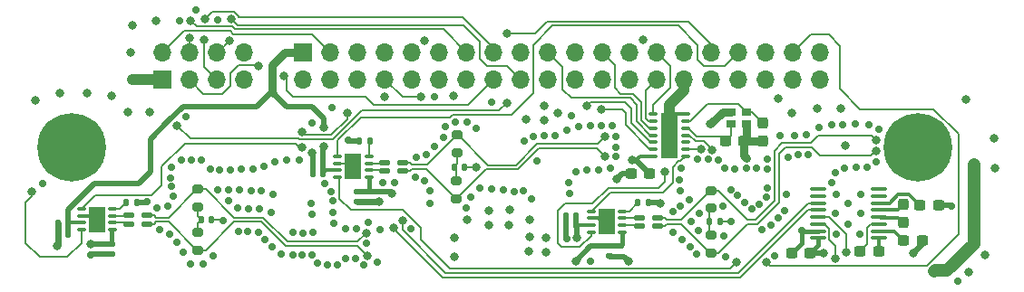
<source format=gbr>
%TF.GenerationSoftware,KiCad,Pcbnew,7.0.8*%
%TF.CreationDate,2024-02-06T22:23:07+01:00*%
%TF.ProjectId,HatV3,48617456-332e-46b6-9963-61645f706362,V2*%
%TF.SameCoordinates,Original*%
%TF.FileFunction,Copper,L1,Top*%
%TF.FilePolarity,Positive*%
%FSLAX46Y46*%
G04 Gerber Fmt 4.6, Leading zero omitted, Abs format (unit mm)*
G04 Created by KiCad (PCBNEW 7.0.8) date 2024-02-06 22:23:07*
%MOMM*%
%LPD*%
G01*
G04 APERTURE LIST*
G04 Aperture macros list*
%AMRoundRect*
0 Rectangle with rounded corners*
0 $1 Rounding radius*
0 $2 $3 $4 $5 $6 $7 $8 $9 X,Y pos of 4 corners*
0 Add a 4 corners polygon primitive as box body*
4,1,4,$2,$3,$4,$5,$6,$7,$8,$9,$2,$3,0*
0 Add four circle primitives for the rounded corners*
1,1,$1+$1,$2,$3*
1,1,$1+$1,$4,$5*
1,1,$1+$1,$6,$7*
1,1,$1+$1,$8,$9*
0 Add four rect primitives between the rounded corners*
20,1,$1+$1,$2,$3,$4,$5,0*
20,1,$1+$1,$4,$5,$6,$7,0*
20,1,$1+$1,$6,$7,$8,$9,0*
20,1,$1+$1,$8,$9,$2,$3,0*%
G04 Aperture macros list end*
%TA.AperFunction,SMDPad,CuDef*%
%ADD10RoundRect,0.237500X-0.300000X-0.237500X0.300000X-0.237500X0.300000X0.237500X-0.300000X0.237500X0*%
%TD*%
%TA.AperFunction,ComponentPad*%
%ADD11R,1.700000X1.700000*%
%TD*%
%TA.AperFunction,ComponentPad*%
%ADD12O,1.700000X1.700000*%
%TD*%
%TA.AperFunction,SMDPad,CuDef*%
%ADD13RoundRect,0.100000X0.637500X0.100000X-0.637500X0.100000X-0.637500X-0.100000X0.637500X-0.100000X0*%
%TD*%
%TA.AperFunction,SMDPad,CuDef*%
%ADD14RoundRect,0.140000X-0.170000X0.140000X-0.170000X-0.140000X0.170000X-0.140000X0.170000X0.140000X0*%
%TD*%
%TA.AperFunction,SMDPad,CuDef*%
%ADD15RoundRect,0.020000X-0.430000X0.180000X-0.430000X-0.180000X0.430000X-0.180000X0.430000X0.180000X0*%
%TD*%
%TA.AperFunction,SMDPad,CuDef*%
%ADD16RoundRect,0.140000X0.140000X0.170000X-0.140000X0.170000X-0.140000X-0.170000X0.140000X-0.170000X0*%
%TD*%
%TA.AperFunction,SMDPad,CuDef*%
%ADD17RoundRect,0.140000X-0.140000X-0.170000X0.140000X-0.170000X0.140000X0.170000X-0.140000X0.170000X0*%
%TD*%
%TA.AperFunction,SMDPad,CuDef*%
%ADD18O,0.850000X0.350000*%
%TD*%
%TA.AperFunction,SMDPad,CuDef*%
%ADD19R,1.650000X4.250000*%
%TD*%
%TA.AperFunction,SMDPad,CuDef*%
%ADD20RoundRect,0.200000X-0.275000X0.200000X-0.275000X-0.200000X0.275000X-0.200000X0.275000X0.200000X0*%
%TD*%
%TA.AperFunction,SMDPad,CuDef*%
%ADD21RoundRect,0.135000X-0.135000X-0.185000X0.135000X-0.185000X0.135000X0.185000X-0.135000X0.185000X0*%
%TD*%
%TA.AperFunction,SMDPad,CuDef*%
%ADD22RoundRect,0.075000X-0.350000X-0.075000X0.350000X-0.075000X0.350000X0.075000X-0.350000X0.075000X0*%
%TD*%
%TA.AperFunction,ComponentPad*%
%ADD23C,0.500000*%
%TD*%
%TA.AperFunction,SMDPad,CuDef*%
%ADD24R,1.600000X2.400000*%
%TD*%
%TA.AperFunction,SMDPad,CuDef*%
%ADD25R,0.900000X0.800000*%
%TD*%
%TA.AperFunction,SMDPad,CuDef*%
%ADD26RoundRect,0.237500X0.300000X0.237500X-0.300000X0.237500X-0.300000X-0.237500X0.300000X-0.237500X0*%
%TD*%
%TA.AperFunction,SMDPad,CuDef*%
%ADD27RoundRect,0.237500X-0.237500X0.300000X-0.237500X-0.300000X0.237500X-0.300000X0.237500X0.300000X0*%
%TD*%
%TA.AperFunction,SMDPad,CuDef*%
%ADD28RoundRect,0.135000X0.135000X0.185000X-0.135000X0.185000X-0.135000X-0.185000X0.135000X-0.185000X0*%
%TD*%
%TA.AperFunction,ComponentPad*%
%ADD29C,0.800000*%
%TD*%
%TA.AperFunction,ComponentPad*%
%ADD30C,6.400000*%
%TD*%
%TA.AperFunction,ViaPad*%
%ADD31C,0.800000*%
%TD*%
%TA.AperFunction,ViaPad*%
%ADD32C,0.700000*%
%TD*%
%TA.AperFunction,Conductor*%
%ADD33C,0.500000*%
%TD*%
%TA.AperFunction,Conductor*%
%ADD34C,0.400000*%
%TD*%
%TA.AperFunction,Conductor*%
%ADD35C,0.300000*%
%TD*%
%TA.AperFunction,Conductor*%
%ADD36C,0.800000*%
%TD*%
%TA.AperFunction,Conductor*%
%ADD37C,1.000000*%
%TD*%
%TA.AperFunction,Conductor*%
%ADD38C,0.600000*%
%TD*%
%TA.AperFunction,Conductor*%
%ADD39C,0.200000*%
%TD*%
%TA.AperFunction,Conductor*%
%ADD40C,1.200000*%
%TD*%
G04 APERTURE END LIST*
D10*
%TO.P,C11,1*%
%TO.N,/SPI to CAN/OSC2*%
X166421900Y-103381000D03*
%TO.P,C11,2*%
%TO.N,GND*%
X168146900Y-103381000D03*
%TD*%
D11*
%TO.P,J5,1,Pin_1*%
%TO.N,+3V3*%
X126970438Y-95045962D03*
D12*
%TO.P,J5,2,Pin_2*%
%TO.N,+5V*%
X126970438Y-97585962D03*
%TO.P,J5,3,Pin_3*%
%TO.N,/I2C_GP5_DAT*%
X129510438Y-95045962D03*
%TO.P,J5,4,Pin_4*%
%TO.N,+5V*%
X129510438Y-97585962D03*
%TO.P,J5,5,Pin_5*%
%TO.N,/I2C_GP5_CLK*%
X132050438Y-95045962D03*
%TO.P,J5,6,Pin_6*%
%TO.N,GND*%
X132050438Y-97585962D03*
%TO.P,J5,7,Pin_7*%
%TO.N,/MCLK05*%
X134590438Y-95045962D03*
%TO.P,J5,8,Pin_8*%
%TO.N,/UART1_TX*%
X134590438Y-97585962D03*
%TO.P,J5,9,Pin_9*%
%TO.N,GND*%
X137130438Y-95045962D03*
%TO.P,J5,10,Pin_10*%
%TO.N,/UART1_RX*%
X137130438Y-97585962D03*
%TO.P,J5,11,Pin_11*%
%TO.N,/UART1_RTS*%
X139670438Y-95045962D03*
%TO.P,J5,12,Pin_12*%
%TO.N,/I2S2_CLK*%
X139670438Y-97585962D03*
%TO.P,J5,13,Pin_13*%
%TO.N,/PWM01*%
X142210438Y-95045962D03*
%TO.P,J5,14,Pin_14*%
%TO.N,GND*%
X142210438Y-97585962D03*
%TO.P,J5,15,Pin_15*%
%TO.N,/GPIO27_PWM2*%
X144750438Y-95045962D03*
%TO.P,J5,16,Pin_16*%
%TO.N,/GPIO8_AO_DMIC_IN_DAT*%
X144750438Y-97585962D03*
%TO.P,J5,17,Pin_17*%
%TO.N,+3V3*%
X147290438Y-95045962D03*
%TO.P,J5,18,Pin_18*%
%TO.N,/GPIO35_PWM3*%
X147290438Y-97585962D03*
%TO.P,J5,19,Pin_19*%
%TO.N,/SPI1_MOSI*%
X149830438Y-95045962D03*
%TO.P,J5,20,Pin_20*%
%TO.N,GND*%
X149830438Y-97585962D03*
%TO.P,J5,21,Pin_21*%
%TO.N,/SPI1_MISO*%
X152370438Y-95045962D03*
%TO.P,J5,22,Pin_22*%
%TO.N,/GPIO17_40HEADER*%
X152370438Y-97585962D03*
%TO.P,J5,23,Pin_23*%
%TO.N,/SPI1_SCK*%
X154910438Y-95045962D03*
%TO.P,J5,24,Pin_24*%
%TO.N,/SPI1_CS0*%
X154910438Y-97585962D03*
%TO.P,J5,25,Pin_25*%
%TO.N,GND*%
X157450438Y-95045962D03*
%TO.P,J5,26,Pin_26*%
%TO.N,/SPI1_CS1*%
X157450438Y-97585962D03*
%TO.P,J5,27,Pin_27*%
%TO.N,/I2C_GP2_DAT*%
X159990438Y-95045962D03*
%TO.P,J5,28,Pin_28*%
%TO.N,/I2C_GP2_CLK*%
X159990438Y-97585962D03*
%TO.P,J5,29,Pin_29*%
%TO.N,/CAN0_DIN*%
X162530438Y-95045962D03*
%TO.P,J5,30,Pin_30*%
%TO.N,GND*%
X162530438Y-97585962D03*
%TO.P,J5,31,Pin_31*%
%TO.N,/CAN0_DOUT*%
X165070438Y-95045962D03*
%TO.P,J5,32,Pin_32*%
%TO.N,/GPIO9_CAN1_GPIO0_DMIC_CLK*%
X165070438Y-97585962D03*
%TO.P,J5,33,Pin_33*%
%TO.N,/CAN1_DOUT*%
X167610438Y-95045962D03*
%TO.P,J5,34,Pin_34*%
%TO.N,GND*%
X167610438Y-97585962D03*
%TO.P,J5,35,Pin_35*%
%TO.N,/I2S_FS*%
X170150438Y-95045962D03*
%TO.P,J5,36,Pin_36*%
%TO.N,/UART1_CTS*%
X170150438Y-97585962D03*
%TO.P,J5,37,Pin_37*%
%TO.N,/CAN1_DIN*%
X172690438Y-95045962D03*
%TO.P,J5,38,Pin_38*%
%TO.N,/I2S_SDIN*%
X172690438Y-97585962D03*
%TO.P,J5,39,Pin_39*%
%TO.N,GND*%
X175230438Y-95045962D03*
%TO.P,J5,40,Pin_40*%
%TO.N,/I2S_SDOUT*%
X175230438Y-97585962D03*
%TD*%
D13*
%TO.P,U6,1,C1+*%
%TO.N,/RS232 to UART/C1+*%
X180746400Y-112423800D03*
%TO.P,U6,2,V+*%
%TO.N,/RS232 to UART/V+*%
X180746400Y-111773800D03*
%TO.P,U6,3,C1-*%
%TO.N,/RS232 to UART/C1-*%
X180746400Y-111123800D03*
%TO.P,U6,4,C2+*%
%TO.N,/RS232 to UART/C2+*%
X180746400Y-110473800D03*
%TO.P,U6,5,C2-*%
%TO.N,/RS232 to UART/C2-*%
X180746400Y-109823800D03*
%TO.P,U6,6,V-*%
%TO.N,/RS232 to UART/V-*%
X180746400Y-109173800D03*
%TO.P,U6,7,DOUT2*%
%TO.N,unconnected-(U6-DOUT2-Pad7)*%
X180746400Y-108523800D03*
%TO.P,U6,8,RIN2*%
%TO.N,unconnected-(U6-RIN2-Pad8)*%
X180746400Y-107873800D03*
%TO.P,U6,9,ROUT2*%
%TO.N,unconnected-(U6-ROUT2-Pad9)*%
X175021400Y-107873800D03*
%TO.P,U6,10,DIN2*%
%TO.N,unconnected-(U6-DIN2-Pad10)*%
X175021400Y-108523800D03*
%TO.P,U6,11,DIN1*%
%TO.N,/UART1_TX*%
X175021400Y-109173800D03*
%TO.P,U6,12,ROUT1*%
%TO.N,/UART1_RX*%
X175021400Y-109823800D03*
%TO.P,U6,13,RIN1*%
%TO.N,/RS232 to UART/RIN1*%
X175021400Y-110473800D03*
%TO.P,U6,14,DOUT1*%
%TO.N,/RS232 to UART/DOUT1*%
X175021400Y-111123800D03*
%TO.P,U6,15,GND*%
%TO.N,GND*%
X175021400Y-111773800D03*
%TO.P,U6,16,VCC*%
%TO.N,+3V3*%
X175021400Y-112423800D03*
%TD*%
D14*
%TO.P,C2,1*%
%TO.N,+5V*%
X109140822Y-112997822D03*
%TO.P,C2,2*%
%TO.N,GND*%
X109140822Y-113957822D03*
%TD*%
D15*
%TO.P,FL3,1,1*%
%TO.N,/CAN BUS SPI/CAN+*%
X158381778Y-110526378D03*
%TO.P,FL3,2,2*%
%TO.N,/CAN BUS SPI/CAN-*%
X158381778Y-111326378D03*
%TO.P,FL3,3,3*%
%TO.N,/CAN BUS SPI/CHS-*%
X160081778Y-111326378D03*
%TO.P,FL3,4,4*%
%TO.N,/CAN BUS SPI/CHS+*%
X160081778Y-110526378D03*
%TD*%
D16*
%TO.P,C21,1*%
%TO.N,+3V3*%
X152499000Y-111379000D03*
%TO.P,C21,2*%
%TO.N,GND*%
X151539000Y-111379000D03*
%TD*%
%TO.P,C8,1*%
%TO.N,+3V3*%
X128851600Y-105283000D03*
%TO.P,C8,2*%
%TO.N,GND*%
X127891600Y-105283000D03*
%TD*%
D17*
%TO.P,C5,1*%
%TO.N,/CAN BUS 0/TERM_CAPA*%
X117480022Y-110722222D03*
%TO.P,C5,2*%
%TO.N,GND*%
X118440022Y-110722222D03*
%TD*%
D10*
%TO.P,C15,1*%
%TO.N,/RS232 to UART/V+*%
X183060000Y-112674400D03*
%TO.P,C15,2*%
%TO.N,GND*%
X184785000Y-112674400D03*
%TD*%
D14*
%TO.P,C7,1*%
%TO.N,+5V*%
X133110022Y-108062022D03*
%TO.P,C7,2*%
%TO.N,GND*%
X133110022Y-109022022D03*
%TD*%
D15*
%TO.P,FL1,1,1*%
%TO.N,/CAN BUS 0/CAN+*%
X110700022Y-110322222D03*
%TO.P,FL1,2,2*%
%TO.N,/CAN BUS 0/CAN-*%
X110700022Y-111122222D03*
%TO.P,FL1,3,3*%
%TO.N,/CAN BUS 0/CH0-*%
X112400022Y-111122222D03*
%TO.P,FL1,4,4*%
%TO.N,/CAN BUS 0/CH0+*%
X112400022Y-110322222D03*
%TD*%
D14*
%TO.P,C20,1*%
%TO.N,+5V*%
X156573978Y-113206578D03*
%TO.P,C20,2*%
%TO.N,GND*%
X156573978Y-114166578D03*
%TD*%
D10*
%TO.P,C16,1*%
%TO.N,/RS232 to UART/V-*%
X184556400Y-109397800D03*
%TO.P,C16,2*%
%TO.N,GND*%
X186281400Y-109397800D03*
%TD*%
D18*
%TO.P,U5,1,TXCAN*%
%TO.N,/CAN BUS SPI/TDX_SPI*%
X162689800Y-104749600D03*
%TO.P,U5,2,RXCAN*%
%TO.N,/CAN BUS SPI/RDX_SPI*%
X162689800Y-104099600D03*
%TO.P,U5,3,CLKO/SOF*%
%TO.N,unconnected-(U5-CLKO{slash}SOF-Pad3)*%
X162689800Y-103449600D03*
%TO.P,U5,4,~{INT}*%
%TO.N,/GPIO17_40HEADER*%
X162689800Y-102799600D03*
%TO.P,U5,5,OSC2*%
%TO.N,/SPI to CAN/OSC2*%
X162689800Y-102149600D03*
%TO.P,U5,6,OSC1*%
%TO.N,/SPI to CAN/OSC1*%
X162689800Y-101499600D03*
%TO.P,U5,7,VSS*%
%TO.N,GND*%
X162689800Y-100849600D03*
%TO.P,U5,8,~{INT1}/GPIO1*%
%TO.N,/I2C_GP2_DAT*%
X159689800Y-100849600D03*
%TO.P,U5,9,~{INT0}/GPIO0/XSTBY*%
%TO.N,/I2C_GP2_CLK*%
X159689800Y-101499600D03*
%TO.P,U5,10,SCK*%
%TO.N,/SPI1_SCK*%
X159689800Y-102149600D03*
%TO.P,U5,11,SDI*%
%TO.N,/SPI1_MOSI*%
X159689800Y-102799600D03*
%TO.P,U5,12,SDO*%
%TO.N,/SPI1_MISO*%
X159689800Y-103449600D03*
%TO.P,U5,13,nCS*%
%TO.N,/SPI1_CS0*%
X159689800Y-104099600D03*
%TO.P,U5,14,VDD*%
%TO.N,+3V3*%
X159689800Y-104749600D03*
D19*
%TO.P,U5,15,VSS*%
%TO.N,GND*%
X161189800Y-102799600D03*
%TD*%
D20*
%TO.P,R6,1*%
%TO.N,/CAN BUS 1/TERM_CAPA*%
X141314622Y-107114022D03*
%TO.P,R6,2*%
%TO.N,/CAN BUS 1/CH1-*%
X141314622Y-108764022D03*
%TD*%
D17*
%TO.P,C23,1*%
%TO.N,/CAN BUS SPI/TERM_CAPA*%
X164923778Y-110907378D03*
%TO.P,C23,2*%
%TO.N,GND*%
X165883778Y-110907378D03*
%TD*%
D21*
%TO.P,R1,1*%
%TO.N,/CAN BUS 0/CAN_SILENT_1*%
X110493222Y-109096622D03*
%TO.P,R1,2*%
%TO.N,GND*%
X111513222Y-109096622D03*
%TD*%
D20*
%TO.P,R9,1*%
%TO.N,/CAN BUS SPI/TERM_CAPA*%
X165050778Y-112177378D03*
%TO.P,R9,2*%
%TO.N,/CAN BUS SPI/CHS-*%
X165050778Y-113827378D03*
%TD*%
D14*
%TO.P,C6,1*%
%TO.N,+5V*%
X132046022Y-108062022D03*
%TO.P,C6,2*%
%TO.N,GND*%
X132046022Y-109022022D03*
%TD*%
D22*
%TO.P,U1,1,TXD*%
%TO.N,/CAN0_DOUT*%
X106276422Y-109706222D03*
%TO.P,U1,2,GND*%
%TO.N,GND*%
X106276422Y-110356222D03*
%TO.P,U1,3,VCC*%
%TO.N,+3V3*%
X106276422Y-111006222D03*
%TO.P,U1,4,RXD*%
%TO.N,/CAN0_DIN*%
X106276422Y-111656222D03*
%TO.P,U1,5,VIO*%
%TO.N,+5V*%
X109176422Y-111656222D03*
%TO.P,U1,6,CANL*%
%TO.N,/CAN BUS 0/CAN-*%
X109176422Y-111006222D03*
%TO.P,U1,7,CANH*%
%TO.N,/CAN BUS 0/CAN+*%
X109176422Y-110356222D03*
%TO.P,U1,8,S*%
%TO.N,/CAN BUS 0/CAN_SILENT_1*%
X109176422Y-109706222D03*
D23*
%TO.P,U1,9,PAD*%
%TO.N,GND*%
X107226422Y-110681222D03*
X107726422Y-109781222D03*
D24*
X107726422Y-110681222D03*
D23*
X107726422Y-111581222D03*
X108226422Y-110681222D03*
%TD*%
D20*
%TO.P,R8,1*%
%TO.N,/CAN BUS SPI/CHS+*%
X165050778Y-107987378D03*
%TO.P,R8,2*%
%TO.N,/CAN BUS SPI/TERM_CAPA*%
X165050778Y-109637378D03*
%TD*%
D25*
%TO.P,Y1,1,1*%
%TO.N,/SPI to CAN/OSC1*%
X168348800Y-100607000D03*
%TO.P,Y1,2,2*%
%TO.N,GND*%
X166948800Y-100607000D03*
%TO.P,Y1,3,3*%
%TO.N,/SPI to CAN/OSC2*%
X166948800Y-101707000D03*
%TO.P,Y1,4,4*%
%TO.N,GND*%
X168348800Y-101707000D03*
%TD*%
D14*
%TO.P,C19,1*%
%TO.N,+5V*%
X155557978Y-113178578D03*
%TO.P,C19,2*%
%TO.N,GND*%
X155557978Y-114138578D03*
%TD*%
D26*
%TO.P,C17,1*%
%TO.N,/RS232 to UART/C1+*%
X180719900Y-113665000D03*
%TO.P,C17,2*%
%TO.N,/RS232 to UART/C1-*%
X178994900Y-113665000D03*
%TD*%
D20*
%TO.P,R5,1*%
%TO.N,/CAN BUS 1/CH1+*%
X141365422Y-102796022D03*
%TO.P,R5,2*%
%TO.N,/CAN BUS 1/TERM_CAPA*%
X141365422Y-104446022D03*
%TD*%
D26*
%TO.P,C14,1*%
%TO.N,+3V3*%
X174294800Y-113817400D03*
%TO.P,C14,2*%
%TO.N,GND*%
X172569800Y-113817400D03*
%TD*%
D16*
%TO.P,C22,1*%
%TO.N,+3V3*%
X152471000Y-110363000D03*
%TO.P,C22,2*%
%TO.N,GND*%
X151511000Y-110363000D03*
%TD*%
D27*
%TO.P,C12,1*%
%TO.N,/SPI to CAN/OSC1*%
X169875200Y-101630600D03*
%TO.P,C12,2*%
%TO.N,GND*%
X169875200Y-103355600D03*
%TD*%
D16*
%TO.P,C3,1*%
%TO.N,+3V3*%
X105029000Y-112064800D03*
%TO.P,C3,2*%
%TO.N,GND*%
X104069000Y-112064800D03*
%TD*%
D20*
%TO.P,R2,1*%
%TO.N,/CAN BUS 0/CH0+*%
X117157822Y-107853022D03*
%TO.P,R2,2*%
%TO.N,/CAN BUS 0/TERM_CAPA*%
X117157822Y-109503022D03*
%TD*%
%TO.P,R3,1*%
%TO.N,/CAN BUS 0/TERM_CAPA*%
X117157822Y-111917022D03*
%TO.P,R3,2*%
%TO.N,/CAN BUS 0/CH0-*%
X117157822Y-113567022D03*
%TD*%
D21*
%TO.P,R7,1*%
%TO.N,/CAN BUS SPI/CAN_SILENT_1*%
X158222978Y-109114578D03*
%TO.P,R7,2*%
%TO.N,GND*%
X159242978Y-109114578D03*
%TD*%
D16*
%TO.P,C4,1*%
%TO.N,+3V3*%
X105029000Y-111048800D03*
%TO.P,C4,2*%
%TO.N,GND*%
X104069000Y-111048800D03*
%TD*%
D17*
%TO.P,C10,1*%
%TO.N,/CAN BUS 1/TERM_CAPA*%
X141073422Y-105796022D03*
%TO.P,C10,2*%
%TO.N,GND*%
X142033422Y-105796022D03*
%TD*%
D27*
%TO.P,C18,1*%
%TO.N,/RS232 to UART/C2-*%
X183032400Y-109271900D03*
%TO.P,C18,2*%
%TO.N,/RS232 to UART/C2+*%
X183032400Y-110996900D03*
%TD*%
D26*
%TO.P,C13,1*%
%TO.N,+3V3*%
X159333100Y-106400600D03*
%TO.P,C13,2*%
%TO.N,GND*%
X157608100Y-106400600D03*
%TD*%
D22*
%TO.P,U7,1,TXD*%
%TO.N,/CAN BUS SPI/TDX_SPI*%
X153853978Y-109928578D03*
%TO.P,U7,2,GND*%
%TO.N,GND*%
X153853978Y-110578578D03*
%TO.P,U7,3,VCC*%
%TO.N,+3V3*%
X153853978Y-111228578D03*
%TO.P,U7,4,RXD*%
%TO.N,/CAN BUS SPI/RDX_SPI*%
X153853978Y-111878578D03*
%TO.P,U7,5,VIO*%
%TO.N,+5V*%
X156753978Y-111878578D03*
%TO.P,U7,6,CANL*%
%TO.N,/CAN BUS SPI/CAN-*%
X156753978Y-111228578D03*
%TO.P,U7,7,CANH*%
%TO.N,/CAN BUS SPI/CAN+*%
X156753978Y-110578578D03*
%TO.P,U7,8,S*%
%TO.N,/CAN BUS SPI/CAN_SILENT_1*%
X156753978Y-109928578D03*
D23*
%TO.P,U7,9,PAD*%
%TO.N,GND*%
X154803978Y-110903578D03*
X155303978Y-110003578D03*
D24*
X155303978Y-110903578D03*
D23*
X155303978Y-111803578D03*
X155803978Y-110903578D03*
%TD*%
D16*
%TO.P,C9,1*%
%TO.N,+3V3*%
X128851600Y-106426000D03*
%TO.P,C9,2*%
%TO.N,GND*%
X127891600Y-106426000D03*
%TD*%
D28*
%TO.P,R4,1*%
%TO.N,/CAN BUS 1/CAN_SILENT_1*%
X133275800Y-103352600D03*
%TO.P,R4,2*%
%TO.N,GND*%
X132255800Y-103352600D03*
%TD*%
D14*
%TO.P,C1,1*%
%TO.N,+5V*%
X108124822Y-112997822D03*
%TO.P,C1,2*%
%TO.N,GND*%
X108124822Y-113957822D03*
%TD*%
D15*
%TO.P,FL2,1,1*%
%TO.N,/CAN BUS 1/CAN+*%
X134585022Y-105354622D03*
%TO.P,FL2,2,2*%
%TO.N,/CAN BUS 1/CAN-*%
X134585022Y-106154622D03*
%TO.P,FL2,3,3*%
%TO.N,/CAN BUS 1/CH1-*%
X136285022Y-106154622D03*
%TO.P,FL2,4,4*%
%TO.N,/CAN BUS 1/CH1+*%
X136285022Y-105354622D03*
%TD*%
D29*
%TO.P,H1,1*%
%TO.N,N/C*%
X102980438Y-103923800D03*
X103683382Y-102226744D03*
X103683382Y-105620856D03*
X105380438Y-101523800D03*
D30*
X105380438Y-103923800D03*
D29*
X105380438Y-106323800D03*
X107077494Y-102226744D03*
X107077494Y-105620856D03*
X107780438Y-103923800D03*
%TD*%
D22*
%TO.P,U3,1,TXD*%
%TO.N,/CAN1_DOUT*%
X130210022Y-104780022D03*
%TO.P,U3,2,GND*%
%TO.N,GND*%
X130210022Y-105430022D03*
%TO.P,U3,3,VCC*%
%TO.N,+3V3*%
X130210022Y-106080022D03*
%TO.P,U3,4,RXD*%
%TO.N,/CAN1_DIN*%
X130210022Y-106730022D03*
%TO.P,U3,5,VIO*%
%TO.N,+5V*%
X133110022Y-106730022D03*
%TO.P,U3,6,CANL*%
%TO.N,/CAN BUS 1/CAN-*%
X133110022Y-106080022D03*
%TO.P,U3,7,CANH*%
%TO.N,/CAN BUS 1/CAN+*%
X133110022Y-105430022D03*
%TO.P,U3,8,S*%
%TO.N,/CAN BUS 1/CAN_SILENT_1*%
X133110022Y-104780022D03*
D23*
%TO.P,U3,9,PAD*%
%TO.N,GND*%
X131160022Y-105755022D03*
X131660022Y-104855022D03*
D24*
X131660022Y-105755022D03*
D23*
X131660022Y-106655022D03*
X132160022Y-105755022D03*
%TD*%
D29*
%TO.P,H2,1*%
%TO.N,N/C*%
X181979438Y-103935962D03*
X182682382Y-102238906D03*
X182682382Y-105633018D03*
X184379438Y-101535962D03*
D30*
X184379438Y-103935962D03*
D29*
X184379438Y-106335962D03*
X186076494Y-102238906D03*
X186076494Y-105633018D03*
X186779438Y-103935962D03*
%TD*%
D11*
%TO.P,J6,1,Pin_1*%
%TO.N,GND*%
X113818238Y-97585962D03*
D12*
%TO.P,J6,2,Pin_2*%
%TO.N,/I2C_GP5_DAT*%
X113818238Y-95045962D03*
%TO.P,J6,3,Pin_3*%
%TO.N,/I2C_GP5_CLK*%
X116358238Y-97585962D03*
%TO.P,J6,4,Pin_4*%
%TO.N,/PWM01*%
X116358238Y-95045962D03*
%TO.P,J6,5,Pin_5*%
%TO.N,/GPIO27_PWM2*%
X118898238Y-97585962D03*
%TO.P,J6,6,Pin_6*%
%TO.N,/GPIO35_PWM3*%
X118898238Y-95045962D03*
%TO.P,J6,7,Pin_7*%
%TO.N,/GPIO8_AO_DMIC_IN_DAT*%
X121438238Y-97585962D03*
%TO.P,J6,8,Pin_8*%
%TO.N,GND*%
X121438238Y-95045962D03*
%TD*%
D31*
%TO.N,+5V*%
X135280400Y-108229400D03*
X152425400Y-114597500D03*
X107137200Y-112979200D03*
D32*
%TO.N,GND*%
X143459200Y-107731300D03*
X116535200Y-105105200D03*
D31*
X127787400Y-104419400D03*
X109067600Y-99085400D03*
D32*
X132918200Y-112953800D03*
X162128200Y-106959400D03*
X139217400Y-99212400D03*
D31*
X157361254Y-114597500D03*
D32*
X163068000Y-108864400D03*
X114655600Y-105765600D03*
X142265400Y-101574600D03*
X166395400Y-114198400D03*
X134391400Y-107213400D03*
X129743200Y-108966000D03*
X153847800Y-101904800D03*
X115595400Y-105105200D03*
D31*
X147828000Y-101295200D03*
D32*
X180441600Y-105308400D03*
X129768600Y-110007400D03*
X119202200Y-106070400D03*
X175107600Y-102082600D03*
X128346200Y-114757200D03*
X171907200Y-109829600D03*
X122809000Y-111912400D03*
X167563800Y-108458000D03*
D31*
X149453600Y-100076000D03*
D32*
X118338600Y-105968800D03*
X177368200Y-101803200D03*
X124155200Y-108371922D03*
X113614200Y-111683800D03*
X168173400Y-109067600D03*
X177876200Y-109194600D03*
D31*
X111048800Y-97561400D03*
D32*
X102641400Y-107340400D03*
X166928800Y-107899200D03*
D31*
X171297600Y-99364800D03*
D32*
X176301400Y-101828600D03*
X132609926Y-114943815D03*
X152044400Y-100990400D03*
X143154400Y-102158800D03*
D31*
X134086600Y-109000303D03*
D32*
X127787400Y-114020600D03*
X115468400Y-92100400D03*
X127787400Y-101625400D03*
X163093400Y-113233200D03*
X124968000Y-113919000D03*
X116484400Y-114833400D03*
D31*
X191465200Y-103124000D03*
D32*
X124307600Y-105257600D03*
X130962400Y-111556800D03*
X178587400Y-105841800D03*
X163195000Y-110871000D03*
D31*
X189128400Y-115595400D03*
D32*
X151815800Y-107238800D03*
X151587200Y-102362000D03*
D31*
X149656800Y-113741200D03*
D32*
X113334800Y-109575600D03*
D31*
X140995400Y-99085400D03*
D32*
X170357478Y-105079800D03*
X147599400Y-103327200D03*
X176326800Y-107264200D03*
X119024400Y-91973400D03*
X173177200Y-104648000D03*
X131902200Y-114325400D03*
X172059600Y-108381800D03*
X114376200Y-109448600D03*
X142595600Y-108585000D03*
X138506200Y-104622600D03*
X134137400Y-111658400D03*
X176682400Y-106349800D03*
X121031000Y-107950000D03*
X153822400Y-114579400D03*
D31*
X172643800Y-100761800D03*
D32*
X179019200Y-110159800D03*
X114630200Y-106781600D03*
D31*
X142265400Y-110693200D03*
D32*
X137058400Y-111531400D03*
X127787400Y-110185200D03*
X140055600Y-103047800D03*
X125476000Y-105130600D03*
D31*
X158724600Y-93827600D03*
X144297400Y-109829600D03*
D32*
X114858800Y-108534200D03*
X170662600Y-111201200D03*
X121818400Y-111785400D03*
X114528600Y-112090200D03*
X131216400Y-103301800D03*
X177546000Y-105867200D03*
X173964600Y-102793800D03*
X173507400Y-111734600D03*
X142189200Y-109601000D03*
D31*
X191592200Y-105918000D03*
D32*
X119024400Y-107950000D03*
X147574000Y-108026200D03*
D31*
X177190400Y-100279200D03*
D32*
X129007814Y-107290522D03*
X176733200Y-108356400D03*
X126644400Y-105156000D03*
X120904000Y-109626400D03*
X166344600Y-105867200D03*
D31*
X148082000Y-113665000D03*
D32*
X126949200Y-111963200D03*
X166243000Y-112268000D03*
D31*
X112623600Y-100660200D03*
D32*
X130962400Y-114325400D03*
D31*
X160324800Y-109169200D03*
X110896400Y-95046800D03*
X168402000Y-104980878D03*
D32*
X120065800Y-108915200D03*
X152679400Y-102006400D03*
X148818600Y-105181400D03*
X130200400Y-114960400D03*
D31*
X177571400Y-103809800D03*
D32*
X138785600Y-108026200D03*
X139242800Y-103886000D03*
X165735000Y-105130600D03*
X144551400Y-99720400D03*
X117627400Y-114884200D03*
X188112400Y-116484400D03*
X162179000Y-107975400D03*
X174167800Y-104622600D03*
D31*
X113233200Y-92100400D03*
D32*
X137566400Y-104876600D03*
X155702000Y-105867200D03*
D31*
X148132800Y-110744000D03*
D32*
X156210000Y-104775000D03*
X126009400Y-111937800D03*
D31*
X106832400Y-98882200D03*
D32*
X166192200Y-109448600D03*
D31*
X101955600Y-99517200D03*
D32*
X176682400Y-110159800D03*
D31*
X174955200Y-100304600D03*
D32*
X138328400Y-107086400D03*
X161544000Y-109956600D03*
X133934200Y-114681000D03*
X148285200Y-108762800D03*
X137439400Y-106756200D03*
X156210000Y-103911400D03*
X148488400Y-102895400D03*
X114706400Y-107619800D03*
X107137200Y-114020600D03*
X170357478Y-107746800D03*
X131953000Y-111582200D03*
X169849800Y-111683800D03*
X166928800Y-110921800D03*
X169291000Y-105918000D03*
X123291600Y-105740200D03*
X121234200Y-105994200D03*
X177850800Y-111150400D03*
X120167400Y-106019600D03*
X178993800Y-112064800D03*
X163855400Y-111709200D03*
X115773200Y-113766600D03*
X168859200Y-109728000D03*
D31*
X150774400Y-100736400D03*
X190627000Y-114020600D03*
D32*
X122301000Y-105968800D03*
D31*
X141097000Y-114173000D03*
D32*
X123113800Y-107975400D03*
X168376600Y-105867200D03*
X135534400Y-107213400D03*
X118592600Y-114096800D03*
X163830000Y-105079800D03*
X164795200Y-105054400D03*
D31*
X144297400Y-111252000D03*
D32*
X176733200Y-112090200D03*
D31*
X104317800Y-98882200D03*
D32*
X150495000Y-102819200D03*
X171297600Y-110540800D03*
X172262800Y-104876600D03*
X116006543Y-101020543D03*
D31*
X183921400Y-113868200D03*
D32*
X122885200Y-109728000D03*
X151841200Y-108254800D03*
X141173200Y-101549200D03*
X180695600Y-102285800D03*
X179603400Y-105841800D03*
X127889000Y-111937800D03*
X129692400Y-100228400D03*
X178511200Y-101777800D03*
X121869200Y-109702600D03*
X146735800Y-108051600D03*
X153466800Y-106045000D03*
X124129800Y-113284000D03*
X156210000Y-102920800D03*
X122148600Y-107975400D03*
D31*
X149656800Y-112369600D03*
D32*
X152450800Y-106248200D03*
X155879800Y-101930200D03*
D31*
X156286200Y-106883200D03*
D32*
X126009400Y-114020600D03*
X123418600Y-112598200D03*
X170307000Y-105968800D03*
D31*
X148132800Y-112318800D03*
X110667800Y-100634800D03*
D32*
X145643600Y-107924600D03*
X162229800Y-109448600D03*
D31*
X104038400Y-113131600D03*
D32*
X138811000Y-109220000D03*
X116992400Y-91084400D03*
D31*
X141122400Y-112369600D03*
D32*
X169595800Y-109245400D03*
D31*
X111074200Y-92532200D03*
D32*
X167259000Y-105943400D03*
X154838400Y-101904800D03*
X163982400Y-110134400D03*
D31*
X188899800Y-99466400D03*
D32*
X127762000Y-109220000D03*
D31*
X134594600Y-99212400D03*
X138328400Y-93980000D03*
D32*
X123977400Y-110058200D03*
X120065800Y-107924600D03*
X161518600Y-111937800D03*
X170967400Y-114071400D03*
X187528200Y-109423200D03*
X144576800Y-107873800D03*
X162356800Y-112547400D03*
X170205400Y-108585000D03*
X179019200Y-108356400D03*
X151587200Y-112486000D03*
X126847600Y-114020600D03*
X120929400Y-111785400D03*
D31*
X146253200Y-109778800D03*
D32*
X119481600Y-110769400D03*
X129870200Y-111048800D03*
D31*
X165023800Y-101727000D03*
D32*
X117500400Y-105156000D03*
X163728400Y-113919000D03*
X149479000Y-102819200D03*
X154533600Y-106019600D03*
D31*
X149453600Y-101422200D03*
D32*
X115239800Y-112852200D03*
X179781200Y-101803200D03*
X133045200Y-110947200D03*
D31*
X146202400Y-111226600D03*
D32*
X112445800Y-109042200D03*
X162280600Y-105892600D03*
X129235200Y-114960400D03*
X140233400Y-101955600D03*
X129565400Y-108077000D03*
X172821600Y-102819200D03*
X171526200Y-102819200D03*
D31*
X143154400Y-105841800D03*
%TO.N,+3V3*%
X185929396Y-115571396D03*
X189585600Y-105562400D03*
X152577800Y-112445800D03*
X157708600Y-105130600D03*
X175590200Y-113842800D03*
X189585600Y-106807000D03*
X128905000Y-103880700D03*
X128930400Y-102081700D03*
X187121800Y-115493800D03*
%TO.N,/I2C_GP5_CLK*%
X122809000Y-96342200D03*
%TO.N,/UART1_TX*%
X137972800Y-99237800D03*
X136271000Y-110820200D03*
%TO.N,/UART1_RX*%
X135458200Y-111455200D03*
%TO.N,/PWM01*%
X116509800Y-92100400D03*
X116382800Y-93726000D03*
%TO.N,/GPIO27_PWM2*%
X117729000Y-93853000D03*
X117805200Y-91926500D03*
%TO.N,/GPIO8_AO_DMIC_IN_DAT*%
X125171200Y-97282000D03*
%TO.N,/GPIO35_PWM3*%
X120142000Y-93980000D03*
X120272110Y-91926500D03*
%TO.N,/SPI1_MISO*%
X153466800Y-100025200D03*
%TO.N,/GPIO17_40HEADER*%
X165160393Y-104177936D03*
%TO.N,/SPI1_CS0*%
X154787600Y-100419900D03*
%TO.N,/CAN0_DIN*%
X145999200Y-99771200D03*
X101650800Y-108102400D03*
X115229452Y-101869052D03*
%TO.N,/CAN0_DOUT*%
X131114800Y-100711000D03*
X126873000Y-103962200D03*
X126873000Y-102463600D03*
X145999200Y-93299900D03*
%TO.N,/CAN1_DIN*%
X170197927Y-114712516D03*
X167436800Y-114680878D03*
%TO.N,/RS232 to UART/RIN1*%
X177673000Y-113792000D03*
%TO.N,/RS232 to UART/DOUT1*%
X176682400Y-114325400D03*
%TO.N,/CAN BUS SPI/CHS-*%
X180448393Y-104271185D03*
%TO.N,/CAN BUS SPI/CHS+*%
X180448393Y-103271185D03*
%TO.N,/CAN BUS SPI/RDX_SPI*%
X160756600Y-106248200D03*
X164109400Y-104089200D03*
%TO.N,/CAN BUS 0/CH0+*%
X132856422Y-111952222D03*
%TO.N,/CAN BUS 0/CH0-*%
X132958022Y-114060422D03*
%TO.N,/CAN BUS 1/CH1+*%
X155143200Y-102946200D03*
%TO.N,/CAN BUS 1/CH1-*%
X155168600Y-104795700D03*
%TD*%
D33*
%TO.N,+5V*%
X109140822Y-112997822D02*
X108124822Y-112997822D01*
D34*
X109140822Y-112997822D02*
X109140822Y-111691822D01*
D33*
X135113022Y-108062022D02*
X133110022Y-108062022D01*
X152425400Y-114597500D02*
X153844322Y-113178578D01*
X153844322Y-113178578D02*
X155557978Y-113178578D01*
X133110022Y-108062022D02*
X132046022Y-108062022D01*
X108124822Y-112997822D02*
X107155822Y-112997822D01*
D34*
X156753978Y-113026578D02*
X156573978Y-113206578D01*
D33*
X107155822Y-112997822D02*
X107137200Y-112979200D01*
D34*
X109140822Y-111691822D02*
X109176422Y-111656222D01*
D33*
X135280400Y-108229400D02*
X135113022Y-108062022D01*
X156545978Y-113178578D02*
X156573978Y-113206578D01*
X155557978Y-113178578D02*
X156545978Y-113178578D01*
D34*
X133110022Y-106730022D02*
X133110022Y-108062022D01*
X156753978Y-111878578D02*
X156753978Y-113026578D01*
D35*
%TO.N,GND*%
X162689800Y-100849600D02*
X161430000Y-100849600D01*
D36*
X168348800Y-101707000D02*
X168348800Y-103179100D01*
D37*
X162530438Y-97585962D02*
X162530438Y-98581562D01*
D38*
X132046022Y-109022022D02*
X133110022Y-109022022D01*
D33*
X131160022Y-105755022D02*
X132160022Y-105755022D01*
X107726422Y-110181222D02*
X107226422Y-110681222D01*
X107226422Y-110681222D02*
X108226422Y-110681222D01*
D36*
X169722800Y-103381000D02*
X169748200Y-103355600D01*
D33*
X107726422Y-109781222D02*
X107726422Y-111581222D01*
X131660022Y-106255022D02*
X131160022Y-105755022D01*
D38*
X104069000Y-112064800D02*
X104069000Y-113101000D01*
D33*
X160270178Y-109114578D02*
X160324800Y-109169200D01*
X155303978Y-110003578D02*
X155303978Y-111803578D01*
D36*
X166143800Y-100607000D02*
X165023800Y-101727000D01*
D33*
X132255800Y-103352600D02*
X131267200Y-103352600D01*
X155803978Y-110903578D02*
X155803978Y-111303578D01*
D34*
X173546600Y-111773800D02*
X173507400Y-111734600D01*
D38*
X104069000Y-113101000D02*
X104038400Y-113131600D01*
D33*
X111513222Y-109096622D02*
X112391378Y-109096622D01*
X151539000Y-112437800D02*
X151587200Y-112486000D01*
D35*
X161189800Y-100609400D02*
X161189800Y-99922200D01*
D34*
X173507400Y-112879800D02*
X172569800Y-113817400D01*
D33*
X155303978Y-110403578D02*
X155803978Y-110903578D01*
X155303978Y-110003578D02*
X155303978Y-110403578D01*
X131660022Y-105255022D02*
X131160022Y-105755022D01*
X151539000Y-111379000D02*
X151539000Y-112437800D01*
X154803978Y-110903578D02*
X155803978Y-110903578D01*
X127891600Y-106426000D02*
X127891600Y-105283000D01*
X186281400Y-109397800D02*
X187502800Y-109397800D01*
X155585978Y-114166578D02*
X155557978Y-114138578D01*
D38*
X133110022Y-109022022D02*
X134064881Y-109022022D01*
D39*
X130210022Y-105430022D02*
X130835022Y-105430022D01*
D33*
X155803978Y-111303578D02*
X155303978Y-111803578D01*
D36*
X166948800Y-100607000D02*
X166143800Y-100607000D01*
D35*
X107401422Y-110356222D02*
X107726422Y-110681222D01*
D33*
X159242978Y-109114578D02*
X160270178Y-109114578D01*
X107726422Y-109781222D02*
X107726422Y-110181222D01*
D35*
X153853978Y-110578578D02*
X154478978Y-110578578D01*
D33*
X107726422Y-111581222D02*
X107726422Y-111181222D01*
X155303978Y-110403578D02*
X154803978Y-110903578D01*
X131660022Y-105255022D02*
X132160022Y-105755022D01*
X151511000Y-110363000D02*
X151511000Y-111351000D01*
X156573978Y-114166578D02*
X155585978Y-114166578D01*
X155303978Y-111403578D02*
X154803978Y-110903578D01*
X156930332Y-114166578D02*
X156573978Y-114166578D01*
D39*
X119434422Y-110722222D02*
X119481600Y-110769400D01*
D36*
X168146900Y-103381000D02*
X169722800Y-103381000D01*
D38*
X104069000Y-111048800D02*
X104069000Y-112064800D01*
D39*
X166914378Y-110907378D02*
X166928800Y-110921800D01*
D37*
X161189800Y-99922200D02*
X161189800Y-102799600D01*
D36*
X168146900Y-104725778D02*
X168402000Y-104980878D01*
D33*
X184785000Y-112674400D02*
X184785000Y-113004600D01*
D35*
X106276422Y-110356222D02*
X107401422Y-110356222D01*
D39*
X143108622Y-105796022D02*
X143154400Y-105841800D01*
D33*
X131660022Y-106255022D02*
X132160022Y-105755022D01*
X107726422Y-111181222D02*
X108226422Y-110681222D01*
X109140822Y-113957822D02*
X108124822Y-113957822D01*
X155303978Y-111803578D02*
X155303978Y-111403578D01*
X107726422Y-110181222D02*
X108226422Y-110681222D01*
D35*
X107726422Y-110681222D02*
X107226422Y-110681222D01*
D33*
X108124822Y-113957822D02*
X107199978Y-113957822D01*
D37*
X111073362Y-97585962D02*
X111048800Y-97561400D01*
D33*
X131660022Y-104855022D02*
X131660022Y-106655022D01*
X184785000Y-113004600D02*
X183921400Y-113868200D01*
X112391378Y-109096622D02*
X112445800Y-109042200D01*
X107726422Y-111181222D02*
X107226422Y-110681222D01*
X157608100Y-106400600D02*
X156768800Y-106400600D01*
D38*
X134064881Y-109022022D02*
X134086600Y-109000303D01*
D33*
X131660022Y-106655022D02*
X131660022Y-106255022D01*
D35*
X154478978Y-110578578D02*
X154803978Y-110903578D01*
D39*
X118440022Y-110722222D02*
X119434422Y-110722222D01*
D33*
X131267200Y-103352600D02*
X131216400Y-103301800D01*
D34*
X173507400Y-111734600D02*
X173507400Y-112879800D01*
D36*
X168146900Y-103381000D02*
X168146900Y-104725778D01*
D39*
X142033422Y-105796022D02*
X143108622Y-105796022D01*
D33*
X127891600Y-105283000D02*
X127891600Y-104523600D01*
D35*
X161430000Y-100849600D02*
X161189800Y-100609400D01*
D36*
X168348800Y-103179100D02*
X168146900Y-103381000D01*
D33*
X127891600Y-104523600D02*
X127787400Y-104419400D01*
D39*
X165883778Y-110907378D02*
X166914378Y-110907378D01*
D33*
X151511000Y-111351000D02*
X151539000Y-111379000D01*
D37*
X113818238Y-97585962D02*
X111073362Y-97585962D01*
D33*
X156768800Y-106400600D02*
X156286200Y-106883200D01*
X107199978Y-113957822D02*
X107137200Y-114020600D01*
X131660022Y-104855022D02*
X131660022Y-105255022D01*
D34*
X175021400Y-111773800D02*
X173546600Y-111773800D01*
D37*
X162530438Y-98581562D02*
X161189800Y-99922200D01*
D33*
X157361254Y-114597500D02*
X156930332Y-114166578D01*
D39*
X130835022Y-105430022D02*
X131160022Y-105755022D01*
D33*
X187502800Y-109397800D02*
X187528200Y-109423200D01*
D39*
%TO.N,/CAN BUS 0/TERM_CAPA*%
X117157822Y-109503022D02*
X117157822Y-110400022D01*
X117157822Y-111917022D02*
X117157822Y-111044422D01*
X117157822Y-111044422D02*
X117480022Y-110722222D01*
X117157822Y-110400022D02*
X117480022Y-110722222D01*
%TO.N,/CAN BUS 1/TERM_CAPA*%
X141314622Y-106037222D02*
X141073422Y-105796022D01*
X141365422Y-104446022D02*
X141365422Y-105504022D01*
X141314622Y-107114022D02*
X141314622Y-106037222D01*
X141365422Y-105504022D02*
X141073422Y-105796022D01*
D33*
%TO.N,+3V3*%
X111633000Y-107289600D02*
X112725200Y-106197400D01*
D35*
X130210022Y-106080022D02*
X129197578Y-106080022D01*
D33*
X152499000Y-112367000D02*
X152577800Y-112445800D01*
X115769622Y-100126800D02*
X122656600Y-100126800D01*
X128851600Y-106426000D02*
X128851600Y-105283000D01*
X158063100Y-105130600D02*
X159333100Y-106400600D01*
X105029000Y-109786182D02*
X107525582Y-107289600D01*
X157708600Y-105130600D02*
X158063100Y-105130600D01*
D35*
X158444100Y-104749600D02*
X158063100Y-105130600D01*
D33*
X112725200Y-103174800D02*
X114379452Y-101520548D01*
X125450600Y-100126800D02*
X124167900Y-98844100D01*
D40*
X189585600Y-106807000D02*
X189585600Y-113030000D01*
D33*
X128851600Y-103934100D02*
X128905000Y-103880700D01*
X128930400Y-101244400D02*
X127812800Y-100126800D01*
X107525582Y-107289600D02*
X111633000Y-107289600D01*
X114379452Y-101516970D02*
X115769622Y-100126800D01*
D40*
X186006992Y-115493800D02*
X185929396Y-115571396D01*
D34*
X175021400Y-112423800D02*
X175021400Y-113090800D01*
D33*
X128930400Y-102081700D02*
X128930400Y-101244400D01*
X152471000Y-111351000D02*
X152499000Y-111379000D01*
D36*
X125248238Y-95045962D02*
X124053600Y-96240600D01*
D35*
X106276422Y-111006222D02*
X105071578Y-111006222D01*
D36*
X124053600Y-96240600D02*
X124053600Y-98729800D01*
D40*
X187121800Y-115493800D02*
X186006992Y-115493800D01*
D35*
X153853978Y-111228578D02*
X152649422Y-111228578D01*
D33*
X112725200Y-106197400D02*
X112725200Y-103174800D01*
X175564800Y-113817400D02*
X175590200Y-113842800D01*
D40*
X189585600Y-113030000D02*
X187121800Y-115493800D01*
D33*
X127812800Y-100126800D02*
X125450600Y-100126800D01*
X158699200Y-105766700D02*
X159333100Y-106400600D01*
X128851600Y-105283000D02*
X128851600Y-103934100D01*
D35*
X159689800Y-104749600D02*
X158444100Y-104749600D01*
X105071578Y-111006222D02*
X105029000Y-111048800D01*
X152649422Y-111228578D02*
X152499000Y-111379000D01*
D33*
X105029000Y-111048800D02*
X105029000Y-109786182D01*
D34*
X175021400Y-113090800D02*
X174294800Y-113817400D01*
D35*
X129197578Y-106080022D02*
X128851600Y-106426000D01*
D40*
X189585600Y-106807000D02*
X189585600Y-105562400D01*
D33*
X105029000Y-112064800D02*
X105029000Y-111048800D01*
D34*
X158699200Y-105766700D02*
X158063100Y-105130600D01*
D33*
X122656600Y-100126800D02*
X124053600Y-98729800D01*
X152499000Y-111379000D02*
X152499000Y-112367000D01*
D34*
X152577800Y-111457800D02*
X152499000Y-111379000D01*
D33*
X114379452Y-101520548D02*
X114379452Y-101516970D01*
X152471000Y-110363000D02*
X152471000Y-111351000D01*
D36*
X126970438Y-95045962D02*
X125248238Y-95045962D01*
X124053600Y-98729800D02*
X124167900Y-98844100D01*
D33*
X174294800Y-113817400D02*
X175564800Y-113817400D01*
D39*
%TO.N,/CAN BUS SPI/TERM_CAPA*%
X164923778Y-112050378D02*
X165050778Y-112177378D01*
X164923778Y-109764378D02*
X165050778Y-109637378D01*
X164923778Y-110907378D02*
X164923778Y-112050378D01*
X164923778Y-110907378D02*
X164923778Y-109764378D01*
%TO.N,/I2C_GP5_DAT*%
X115838200Y-93026000D02*
X120177950Y-93026000D01*
X113818238Y-95045962D02*
X115838200Y-93026000D01*
X127784076Y-93319600D02*
X129510438Y-95045962D01*
X120471550Y-93319600D02*
X127784076Y-93319600D01*
X120177950Y-93026000D02*
X120471550Y-93319600D01*
%TO.N,/I2C_GP5_CLK*%
X119441298Y-98907600D02*
X120192800Y-98156098D01*
X116358238Y-97585962D02*
X117679876Y-98907600D01*
X120954800Y-96240600D02*
X122707400Y-96240600D01*
X120192800Y-98156098D02*
X120192800Y-97002600D01*
X117679876Y-98907600D02*
X119441298Y-98907600D01*
X122707400Y-96240600D02*
X122809000Y-96342200D01*
X120192800Y-97002600D02*
X120954800Y-96240600D01*
%TO.N,/UART1_TX*%
X174163200Y-109173800D02*
X167640000Y-115697000D01*
X175021400Y-109173800D02*
X174163200Y-109173800D01*
X136242276Y-99237800D02*
X134590438Y-97585962D01*
X136271000Y-111683800D02*
X136271000Y-110820200D01*
X140284200Y-115697000D02*
X136271000Y-111683800D01*
X167640000Y-115697000D02*
X140284200Y-115697000D01*
X137972800Y-99237800D02*
X136242276Y-99237800D01*
%TO.N,/UART1_RX*%
X167817800Y-116103400D02*
X140030200Y-116103400D01*
X135458200Y-111531400D02*
X135458200Y-111455200D01*
X174097400Y-109823800D02*
X167817800Y-116103400D01*
X175021400Y-109823800D02*
X174097400Y-109823800D01*
X140030200Y-116103400D02*
X135458200Y-111531400D01*
%TO.N,/PWM01*%
X140052276Y-92887800D02*
X142210438Y-95045962D01*
X116358238Y-95045962D02*
X116358238Y-93750562D01*
X120343636Y-92626000D02*
X120605436Y-92887800D01*
X117035400Y-92626000D02*
X120343636Y-92626000D01*
X120605436Y-92887800D02*
X140052276Y-92887800D01*
X116358238Y-93750562D02*
X116382800Y-93726000D01*
X116509800Y-92100400D02*
X117035400Y-92626000D01*
%TO.N,/GPIO27_PWM2*%
X120562060Y-91226500D02*
X120972110Y-91636550D01*
X117805200Y-91922600D02*
X118501300Y-91226500D01*
X118898238Y-97585962D02*
X117729000Y-96416724D01*
X118501300Y-91226500D02*
X120562060Y-91226500D01*
X117805200Y-91926500D02*
X117805200Y-91922600D01*
X117729000Y-96416724D02*
X117729000Y-93853000D01*
X141852600Y-91719400D02*
X144750438Y-94617238D01*
X144750438Y-94617238D02*
X144750438Y-95045962D01*
X120972110Y-91636550D02*
X120972110Y-91719400D01*
X120972110Y-91719400D02*
X141852600Y-91719400D01*
%TO.N,/GPIO8_AO_DMIC_IN_DAT*%
X133578600Y-99974400D02*
X142362000Y-99974400D01*
X125171200Y-97282000D02*
X125425200Y-97536000D01*
X126060200Y-99237800D02*
X132842000Y-99237800D01*
X125425200Y-98602800D02*
X126060200Y-99237800D01*
X142362000Y-99974400D02*
X144750438Y-97585962D01*
X125425200Y-97536000D02*
X125425200Y-98602800D01*
X132842000Y-99237800D02*
X133578600Y-99974400D01*
%TO.N,/GPIO35_PWM3*%
X120272110Y-91926500D02*
X120833410Y-92487800D01*
X120833410Y-92487800D02*
X141941600Y-92487800D01*
X143459200Y-94005400D02*
X143459200Y-95631000D01*
X143459200Y-95631000D02*
X144148324Y-96320124D01*
X144148324Y-96320124D02*
X146024600Y-96320124D01*
X146024600Y-96320124D02*
X147290438Y-97585962D01*
X141941600Y-92487800D02*
X143459200Y-94005400D01*
X118898238Y-95045962D02*
X119076038Y-95045962D01*
X119076038Y-95045962D02*
X120142000Y-93980000D01*
%TO.N,/SPI1_MOSI*%
X151220438Y-96435962D02*
X151220438Y-98490038D01*
X156425315Y-99307600D02*
X157499000Y-99307600D01*
X152019000Y-99288600D02*
X156406314Y-99288600D01*
X151220438Y-98490038D02*
X152019000Y-99288600D01*
X158115000Y-99923600D02*
X158115000Y-101496554D01*
X156406314Y-99288600D02*
X156425315Y-99307600D01*
X157499000Y-99307600D02*
X158115000Y-99923600D01*
X158115000Y-101496554D02*
X159418046Y-102799600D01*
X159418046Y-102799600D02*
X159689800Y-102799600D01*
X149830438Y-95045962D02*
X151220438Y-96435962D01*
%TO.N,/SPI1_MISO*%
X157607000Y-101638554D02*
X159418046Y-103449600D01*
X157607000Y-100279200D02*
X157607000Y-101638554D01*
X153466800Y-100025200D02*
X153771600Y-99720400D01*
X153771600Y-99720400D02*
X157048200Y-99720400D01*
X157048200Y-99720400D02*
X157607000Y-100279200D01*
X159418046Y-103449600D02*
X159689800Y-103449600D01*
%TO.N,/GPIO17_40HEADER*%
X163612600Y-103389200D02*
X163023000Y-102799600D01*
X164399350Y-103389200D02*
X163612600Y-103389200D01*
X165160393Y-104177936D02*
X165160393Y-104150243D01*
X163023000Y-102799600D02*
X162689800Y-102799600D01*
X165160393Y-104150243D02*
X164399350Y-103389200D01*
%TO.N,/SPI1_SCK*%
X156591000Y-98907600D02*
X156060438Y-98377038D01*
X156060438Y-98377038D02*
X156060438Y-96195962D01*
X159689800Y-102149600D02*
X159349115Y-102149600D01*
X159349115Y-102149600D02*
X158564800Y-101365285D01*
X156060438Y-96195962D02*
X154910438Y-95045962D01*
X158564800Y-99687600D02*
X157784800Y-98907600D01*
X158564800Y-101365285D02*
X158564800Y-99687600D01*
X157784800Y-98907600D02*
X156591000Y-98907600D01*
%TO.N,/SPI1_CS0*%
X157099000Y-101854000D02*
X157099000Y-100711000D01*
X159689800Y-104099600D02*
X159370000Y-104099600D01*
X156743400Y-100355400D02*
X154852100Y-100355400D01*
X159344600Y-104099600D02*
X157099000Y-101854000D01*
X159689800Y-104099600D02*
X159344600Y-104099600D01*
X157099000Y-100711000D02*
X156743400Y-100355400D01*
X154852100Y-100355400D02*
X154787600Y-100419900D01*
%TO.N,/I2C_GP2_DAT*%
X161264600Y-98348800D02*
X161264600Y-96320124D01*
X159689800Y-99923600D02*
X161264600Y-98348800D01*
X159689800Y-100849600D02*
X159689800Y-99923600D01*
X161264600Y-96320124D02*
X159990438Y-95045962D01*
%TO.N,/I2C_GP2_CLK*%
X159264800Y-101499600D02*
X158964800Y-101199600D01*
X158964800Y-101199600D02*
X158964800Y-98611600D01*
X158964800Y-98611600D02*
X159990438Y-97585962D01*
X159689800Y-101499600D02*
X159264800Y-101499600D01*
%TO.N,/CAN0_DIN*%
X106276422Y-112899528D02*
X104952150Y-114223800D01*
X129755313Y-103181200D02*
X132437314Y-100499200D01*
X126600650Y-103181200D02*
X129755313Y-103181200D01*
X101066600Y-112903000D02*
X101066600Y-109118400D01*
X116484400Y-103124000D02*
X115229452Y-101869052D01*
X101066600Y-109118400D02*
X101650800Y-108534200D01*
X145271200Y-100499200D02*
X145999200Y-99771200D01*
X126543450Y-103124000D02*
X126600650Y-103181200D01*
X101650800Y-108534200D02*
X101650800Y-108102400D01*
X106276422Y-111656222D02*
X106276422Y-112899528D01*
X126543450Y-103124000D02*
X116484400Y-103124000D01*
X104952150Y-114223800D02*
X102387400Y-114223800D01*
X132437314Y-100499200D02*
X145271200Y-100499200D01*
X102387400Y-114223800D02*
X101066600Y-112903000D01*
%TO.N,/CAN0_DOUT*%
X149783800Y-92151200D02*
X162966400Y-92151200D01*
X112816400Y-108392200D02*
X113741200Y-107467400D01*
X148635100Y-93299900D02*
X149783800Y-92151200D01*
X126263400Y-103581200D02*
X126492000Y-103809800D01*
X126644400Y-103962200D02*
X126873000Y-103962200D01*
X131114800Y-101256028D02*
X131114800Y-100711000D01*
X127190600Y-102781200D02*
X129589628Y-102781200D01*
X126873000Y-102463600D02*
X127190600Y-102781200D01*
X107590444Y-108392200D02*
X112816400Y-108392200D01*
X126492000Y-103809800D02*
X126644400Y-103962200D01*
X106276422Y-109706222D02*
X107590444Y-108392200D01*
X162966400Y-92151200D02*
X165070438Y-94255238D01*
X145999200Y-93299900D02*
X148635100Y-93299900D01*
X129589628Y-102781200D02*
X131095214Y-101275614D01*
X113741200Y-105760761D02*
X115920761Y-103581200D01*
X165070438Y-94255238D02*
X165070438Y-95045962D01*
X131095214Y-101275614D02*
X131114800Y-101256028D01*
X113741200Y-107467400D02*
X113741200Y-105760761D01*
X115920761Y-103581200D02*
X126263400Y-103581200D01*
%TO.N,/CAN1_DOUT*%
X161994800Y-92551200D02*
X163830000Y-94386400D01*
X146420600Y-100899200D02*
X148440438Y-98879362D01*
X130210022Y-103292178D02*
X132384800Y-101117400D01*
X150247400Y-92551200D02*
X161994800Y-92551200D01*
X166365000Y-96291400D02*
X167610438Y-95045962D01*
X140903961Y-100899200D02*
X146420600Y-100899200D01*
X163830000Y-94386400D02*
X163830000Y-95732600D01*
X164388800Y-96291400D02*
X166365000Y-96291400D01*
X148440438Y-98879362D02*
X148440438Y-94358162D01*
X140685761Y-101117400D02*
X140903961Y-100899200D01*
X132384800Y-101117400D02*
X140685761Y-101117400D01*
X163830000Y-95732600D02*
X164388800Y-96291400D01*
X148440438Y-94358162D02*
X150247400Y-92551200D01*
X130210022Y-104780022D02*
X130210022Y-103292178D01*
%TO.N,/CAN1_DIN*%
X130124978Y-106730022D02*
X130048000Y-106807000D01*
X130210022Y-106730022D02*
X130393200Y-106913200D01*
X185826400Y-100355400D02*
X178968400Y-100355400D01*
X130393200Y-108752400D02*
X131445000Y-109804200D01*
X176047400Y-93395800D02*
X174340600Y-93395800D01*
X137947400Y-112547400D02*
X140697000Y-115297000D01*
X136271000Y-109804200D02*
X137947400Y-111480600D01*
X188178200Y-112049800D02*
X188178200Y-102707200D01*
X137947400Y-111480600D02*
X137947400Y-112547400D01*
X188178200Y-102707200D02*
X185826400Y-100355400D01*
X130393200Y-106913200D02*
X130393200Y-108752400D01*
X140697000Y-115297000D02*
X166820678Y-115297000D01*
X170197927Y-114712516D02*
X170534033Y-115048622D01*
X174340600Y-93395800D02*
X172690438Y-95045962D01*
X185179378Y-115048622D02*
X188178200Y-112049800D01*
X166820678Y-115297000D02*
X167436800Y-114680878D01*
X177088800Y-94437200D02*
X176047400Y-93395800D01*
X178968400Y-100355400D02*
X177088800Y-98475800D01*
X131445000Y-109804200D02*
X136271000Y-109804200D01*
X170534033Y-115048622D02*
X185179378Y-115048622D01*
X177088800Y-98475800D02*
X177088800Y-94437200D01*
%TO.N,/RS232 to UART/RIN1*%
X177673000Y-112069639D02*
X177673000Y-113792000D01*
X176077161Y-110473800D02*
X177673000Y-112069639D01*
X175021400Y-110473800D02*
X176077161Y-110473800D01*
%TO.N,/RS232 to UART/DOUT1*%
X176682400Y-113211450D02*
X176682400Y-114325400D01*
X175021400Y-111123800D02*
X175674588Y-111123800D01*
X176083200Y-111532412D02*
X176083200Y-112612250D01*
X175674588Y-111123800D02*
X176083200Y-111532412D01*
X176083200Y-112612250D02*
X176682400Y-113211450D01*
%TO.N,/CAN BUS SPI/CAN+*%
X158131778Y-110526378D02*
X158079578Y-110578578D01*
X158079578Y-110578578D02*
X156753978Y-110578578D01*
X158381778Y-110526378D02*
X158131778Y-110526378D01*
%TO.N,/CAN BUS SPI/CAN-*%
X156755956Y-111226600D02*
X156753978Y-111228578D01*
X158381778Y-111326378D02*
X158131778Y-111326378D01*
X158131778Y-111326378D02*
X158032000Y-111226600D01*
X158032000Y-111226600D02*
X156755956Y-111226600D01*
%TO.N,/CAN BUS 1/CAN_SILENT_1*%
X133110022Y-104780022D02*
X133110022Y-103518378D01*
X133110022Y-103518378D02*
X133275800Y-103352600D01*
%TO.N,/CAN BUS SPI/CHS-*%
X171406978Y-109110622D02*
X169410222Y-111107378D01*
X179995378Y-104724200D02*
X175188639Y-104724200D01*
X165763279Y-113827378D02*
X165050778Y-113827378D01*
X168483279Y-111107378D02*
X165763279Y-113827378D01*
X164975778Y-113827378D02*
X162255778Y-111107378D01*
X171973000Y-103972600D02*
X171406978Y-104538622D01*
X180448393Y-104271185D02*
X179995378Y-104724200D01*
X174437039Y-103972600D02*
X171973000Y-103972600D01*
X162255778Y-111107378D02*
X162062978Y-111107378D01*
X171406978Y-104538622D02*
X171406978Y-109110622D01*
X165050778Y-113827378D02*
X164975778Y-113827378D01*
X162043978Y-111126378D02*
X160956779Y-111126378D01*
X169410222Y-111107378D02*
X168483279Y-111107378D01*
X175188639Y-104724200D02*
X174437039Y-103972600D01*
X160756779Y-111326378D02*
X160081778Y-111326378D01*
X160956779Y-111126378D02*
X160756779Y-111326378D01*
X162062978Y-111107378D02*
X162043978Y-111126378D01*
%TO.N,/CAN BUS SPI/CHS+*%
X171006978Y-108944934D02*
X169244534Y-110707378D01*
X180047208Y-102870000D02*
X175082200Y-102870000D01*
X165763279Y-107987378D02*
X165050778Y-107987378D01*
X171006978Y-104252822D02*
X171006978Y-108944934D01*
X161909906Y-110707378D02*
X161890906Y-110726378D01*
X180448393Y-103271185D02*
X180047208Y-102870000D01*
X161890906Y-110726378D02*
X160956779Y-110726378D01*
X160956779Y-110726378D02*
X160756779Y-110526378D01*
X174406800Y-103545400D02*
X171714400Y-103545400D01*
X169244534Y-110707378D02*
X168483279Y-110707378D01*
X160756779Y-110526378D02*
X160081778Y-110526378D01*
X175082200Y-102870000D02*
X174406800Y-103545400D01*
X171714400Y-103545400D02*
X171006978Y-104252822D01*
X165050778Y-107987378D02*
X164975778Y-107987378D01*
X164975778Y-107987378D02*
X162255778Y-110707378D01*
X162255778Y-110707378D02*
X161909906Y-110707378D01*
X168483279Y-110707378D02*
X165763279Y-107987378D01*
%TO.N,/CAN BUS SPI/TDX_SPI*%
X153853978Y-109928578D02*
X155629356Y-108153200D01*
X160578800Y-108153200D02*
X161478200Y-107253800D01*
X155629356Y-108153200D02*
X160578800Y-108153200D01*
X162029361Y-105224600D02*
X162214800Y-105224600D01*
X162214800Y-105224600D02*
X162689800Y-104749600D01*
X161478200Y-105775761D02*
X162029361Y-105224600D01*
X161478200Y-107253800D02*
X161478200Y-105775761D01*
%TO.N,/CAN BUS SPI/RDX_SPI*%
X151079200Y-113258600D02*
X150749000Y-112928400D01*
X150749000Y-109905800D02*
X151434800Y-109220000D01*
X160172400Y-107753200D02*
X160756600Y-107169000D01*
X155463671Y-107753200D02*
X160172400Y-107753200D01*
X153853978Y-111878578D02*
X153853978Y-112225172D01*
X152820550Y-113258600D02*
X151079200Y-113258600D01*
X164099000Y-104099600D02*
X162689800Y-104099600D01*
X150749000Y-112928400D02*
X150749000Y-109905800D01*
X151434800Y-109220000D02*
X153996871Y-109220000D01*
X153853978Y-112225172D02*
X152820550Y-113258600D01*
X164109400Y-104089200D02*
X164099000Y-104099600D01*
X160756600Y-107169000D02*
X160756600Y-106248200D01*
X153996871Y-109220000D02*
X155463671Y-107753200D01*
%TO.N,/CAN BUS 0/CH0+*%
X132040422Y-112768222D02*
X125522466Y-112768222D01*
X123264266Y-110510022D02*
X120527323Y-110510022D01*
X114425822Y-110510022D02*
X113918328Y-110510022D01*
X117157822Y-107853022D02*
X117082822Y-107853022D01*
X113918328Y-110510022D02*
X113906128Y-110522222D01*
X113275023Y-110522222D02*
X113075023Y-110322222D01*
X132856422Y-111952222D02*
X132040422Y-112768222D01*
X113075023Y-110322222D02*
X112400022Y-110322222D01*
X113906128Y-110522222D02*
X113275023Y-110522222D01*
X117082822Y-107853022D02*
X114425822Y-110510022D01*
X125522466Y-112768222D02*
X123264266Y-110510022D01*
X117870323Y-107853022D02*
X117157822Y-107853022D01*
X120527323Y-110510022D02*
X117870323Y-107853022D01*
%TO.N,/CAN BUS 0/CH0-*%
X117082822Y-113567022D02*
X114425822Y-110910022D01*
X117870323Y-113567022D02*
X117157822Y-113567022D01*
X117157822Y-113567022D02*
X117082822Y-113567022D01*
X113075023Y-111122222D02*
X112400022Y-111122222D01*
X114425822Y-110910022D02*
X114071400Y-110910022D01*
X132958022Y-114060422D02*
X132065822Y-113168222D01*
X125356778Y-113168222D02*
X123098578Y-110910022D01*
X132065822Y-113168222D02*
X125356778Y-113168222D01*
X114071400Y-110910022D02*
X114059200Y-110922222D01*
X120527323Y-110910022D02*
X117870323Y-113567022D01*
X113275023Y-110922222D02*
X113075023Y-111122222D01*
X114059200Y-110922222D02*
X113275023Y-110922222D01*
X123098578Y-110910022D02*
X120527323Y-110910022D01*
%TO.N,/CAN BUS 1/CH1+*%
X146837400Y-105613200D02*
X144272000Y-105613200D01*
X148828728Y-103621872D02*
X146837400Y-105613200D01*
X136952222Y-105354622D02*
X137149022Y-105551422D01*
X154467528Y-103621872D02*
X148828728Y-103621872D01*
X155143200Y-102946200D02*
X154467528Y-103621872D01*
X138610022Y-105551422D02*
X141365422Y-102796022D01*
X144272000Y-105613200D02*
X141454822Y-102796022D01*
X136285022Y-105354622D02*
X136952222Y-105354622D01*
X141454822Y-102796022D02*
X141365422Y-102796022D01*
X137149022Y-105551422D02*
X138610022Y-105551422D01*
%TO.N,/CAN BUS 1/CH1-*%
X136285022Y-106154622D02*
X136960023Y-106154622D01*
X148994416Y-104021872D02*
X147003085Y-106013200D01*
X154394772Y-104021872D02*
X148994416Y-104021872D01*
X147003085Y-106013200D02*
X144106315Y-106013200D01*
X144085879Y-105992765D02*
X141314622Y-108764022D01*
X138505222Y-105954622D02*
X141314622Y-108764022D01*
X137160023Y-105954622D02*
X138505222Y-105954622D01*
X136960023Y-106154622D02*
X137160023Y-105954622D01*
X155168600Y-104795700D02*
X154394772Y-104021872D01*
X144106315Y-106013200D02*
X144085879Y-105992765D01*
%TO.N,/CAN BUS 0/CAN+*%
X110666022Y-110356222D02*
X109176422Y-110356222D01*
X110700022Y-110322222D02*
X110666022Y-110356222D01*
%TO.N,/CAN BUS 0/CAN-*%
X110700022Y-111122222D02*
X110584022Y-111006222D01*
X110584022Y-111006222D02*
X109176422Y-111006222D01*
%TO.N,/CAN BUS 1/CAN+*%
X133110022Y-105430022D02*
X134509622Y-105430022D01*
X134509622Y-105430022D02*
X134585022Y-105354622D01*
X134585022Y-105354622D02*
X134585022Y-105386422D01*
%TO.N,/CAN BUS 1/CAN-*%
X133110022Y-106080022D02*
X134510422Y-106080022D01*
X134510422Y-106080022D02*
X134585022Y-106154622D01*
X134585022Y-106154622D02*
X134585022Y-106186422D01*
D35*
%TO.N,/RS232 to UART/C1+*%
X180746400Y-112423800D02*
X180746400Y-113638500D01*
X180746400Y-113638500D02*
X180719900Y-113665000D01*
D39*
%TO.N,/RS232 to UART/C1-*%
X180746400Y-111123800D02*
X180008900Y-111123800D01*
X179643800Y-113016100D02*
X178994900Y-113665000D01*
X180008900Y-111123800D02*
X179643800Y-111488900D01*
X179643800Y-111488900D02*
X179643800Y-113016100D01*
D35*
%TO.N,/RS232 to UART/C2-*%
X180746400Y-109823800D02*
X181483900Y-109823800D01*
X183032400Y-109271900D02*
X182480500Y-109823800D01*
X182480500Y-109823800D02*
X180746400Y-109823800D01*
%TO.N,/RS232 to UART/C2+*%
X182550900Y-110515400D02*
X183032400Y-110996900D01*
X180924200Y-110515400D02*
X182550900Y-110515400D01*
X180746400Y-110473800D02*
X180882600Y-110473800D01*
X180882600Y-110473800D02*
X180924200Y-110515400D01*
%TO.N,/RS232 to UART/V+*%
X180746400Y-111773800D02*
X182159400Y-111773800D01*
X182159400Y-111773800D02*
X183060000Y-112674400D01*
%TO.N,/RS232 to UART/V-*%
X183543000Y-108384400D02*
X184556400Y-109397800D01*
X181762148Y-109173800D02*
X182551548Y-108384400D01*
X180746400Y-109173800D02*
X181762148Y-109173800D01*
X182551548Y-108384400D02*
X183543000Y-108384400D01*
D39*
%TO.N,/SPI to CAN/OSC2*%
X166928800Y-101727000D02*
X166948800Y-101707000D01*
X163732754Y-102920800D02*
X165961700Y-102920800D01*
X162961554Y-102149600D02*
X163732754Y-102920800D01*
X165961700Y-102920800D02*
X166421900Y-103381000D01*
X166421900Y-103381000D02*
X166928800Y-102874100D01*
X166928800Y-102874100D02*
X166928800Y-101727000D01*
X162689800Y-102149600D02*
X162961554Y-102149600D01*
%TO.N,/SPI to CAN/OSC1*%
X164707400Y-99907000D02*
X163114800Y-101499600D01*
X167648800Y-99907000D02*
X164707400Y-99907000D01*
X168851600Y-100607000D02*
X168348800Y-100607000D01*
X169875200Y-101630600D02*
X168851600Y-100607000D01*
X168348800Y-100607000D02*
X167648800Y-99907000D01*
X163114800Y-101499600D02*
X162689800Y-101499600D01*
%TO.N,/CAN BUS 0/CAN_SILENT_1*%
X109883622Y-109706222D02*
X110493222Y-109096622D01*
X109176422Y-109706222D02*
X109883622Y-109706222D01*
%TO.N,/CAN BUS SPI/CAN_SILENT_1*%
X157408978Y-109928578D02*
X158222978Y-109114578D01*
X156753978Y-109928578D02*
X157408978Y-109928578D01*
%TD*%
M02*

</source>
